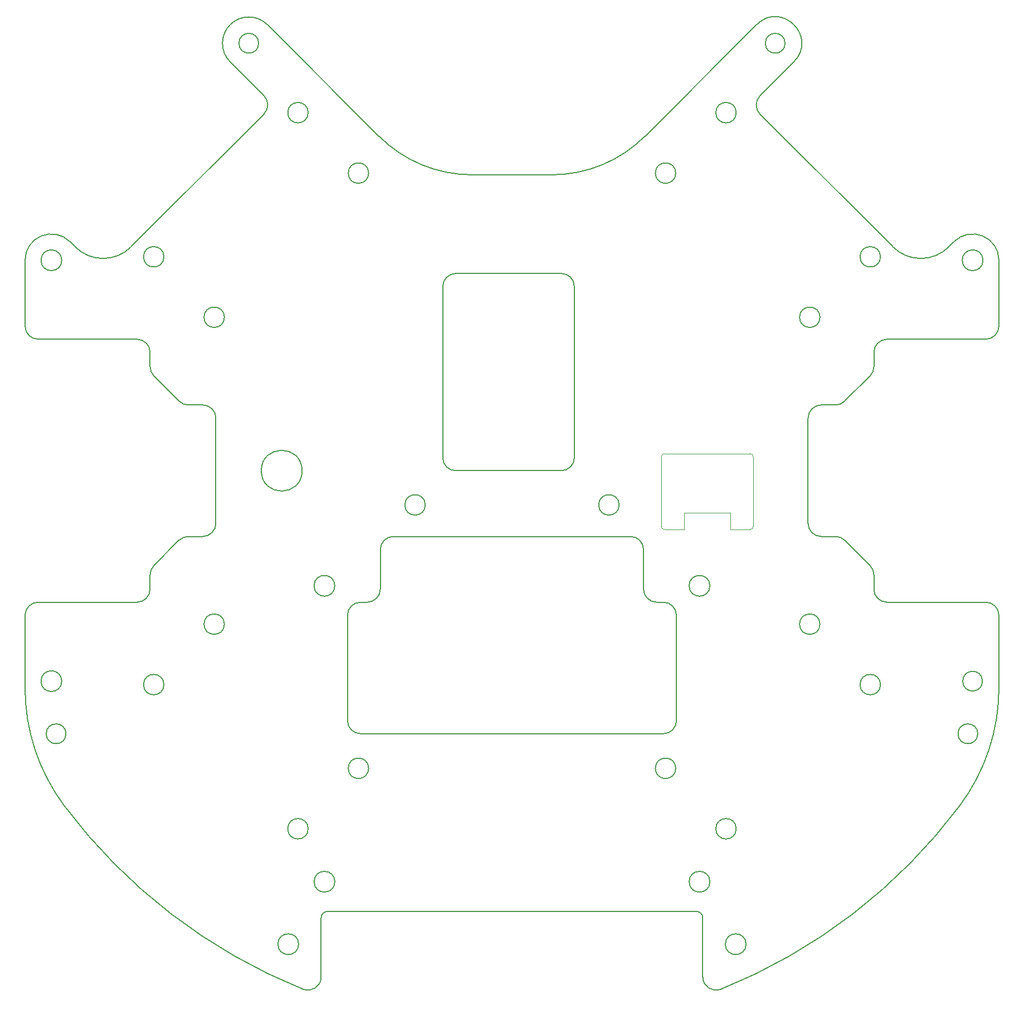
<source format=gm1>
%TF.GenerationSoftware,KiCad,Pcbnew,7.0.10*%
%TF.CreationDate,2024-01-30T15:13:43+08:00*%
%TF.ProjectId,top-rounded,746f702d-726f-4756-9e64-65642e6b6963,rev?*%
%TF.SameCoordinates,Original*%
%TF.FileFunction,Profile,NP*%
%FSLAX46Y46*%
G04 Gerber Fmt 4.6, Leading zero omitted, Abs format (unit mm)*
G04 Created by KiCad (PCBNEW 7.0.10) date 2024-01-30 15:13:43*
%MOMM*%
%LPD*%
G01*
G04 APERTURE LIST*
%TA.AperFunction,Profile*%
%ADD10C,0.200000*%
%TD*%
%TA.AperFunction,Profile*%
%ADD11C,0.100000*%
%TD*%
G04 APERTURE END LIST*
D10*
X155000000Y-118000000D02*
X155000000Y-115828427D01*
X45000000Y-115828427D02*
X45000000Y-118000000D01*
X45000000Y-82000000D02*
G75*
G03*
X43000000Y-80000000I-2000000J0D01*
G01*
X68253014Y-178848766D02*
G75*
G03*
X71000000Y-176993506I746986J1855266D01*
G01*
X130075000Y-162500000D02*
G75*
G03*
X126925000Y-162500000I-1575000J0D01*
G01*
X126925000Y-162500000D02*
G75*
G03*
X130075000Y-162500000I1575000J0D01*
G01*
X89477965Y-98000000D02*
X89477965Y-72000000D01*
X129000000Y-168000000D02*
G75*
G03*
X128000000Y-167000000I-1000000J0D01*
G01*
X120000000Y-112000000D02*
G75*
G03*
X118000000Y-110000000I-2000000J0D01*
G01*
X167171573Y-65171573D02*
X166376154Y-65966991D01*
X28000000Y-80000000D02*
X43000000Y-80000000D01*
X107477965Y-100000000D02*
X91477965Y-100000000D01*
X69023088Y-154447222D02*
G75*
G03*
X65923088Y-154447222I-1550000J0D01*
G01*
X65923088Y-154447222D02*
G75*
G03*
X69023088Y-154447222I1550000J0D01*
G01*
X75000000Y-138000000D02*
G75*
G03*
X77000000Y-140000000I2000000J0D01*
G01*
X80000000Y-118000000D02*
X80000000Y-112000000D01*
X107477965Y-100000065D02*
G75*
G03*
X109477965Y-98000000I-65J2000065D01*
G01*
X26000000Y-133000000D02*
G75*
G03*
X32000000Y-151000000I30000000J0D01*
G01*
X47102778Y-132526912D02*
G75*
G03*
X44002778Y-132526912I-1550000J0D01*
G01*
X44002778Y-132526912D02*
G75*
G03*
X47102778Y-132526912I1550000J0D01*
G01*
X106058875Y-55000023D02*
G75*
G03*
X120201010Y-49142136I-75J20000123D01*
G01*
X170782032Y-140000000D02*
G75*
G03*
X167782032Y-140000000I-1500000J0D01*
G01*
X167782032Y-140000000D02*
G75*
G03*
X170782032Y-140000000I1500000J0D01*
G01*
X116280000Y-105200000D02*
G75*
G03*
X113180000Y-105200000I-1550000J0D01*
G01*
X113180000Y-105200000D02*
G75*
G03*
X116280000Y-105200000I1550000J0D01*
G01*
X155997222Y-132526912D02*
G75*
G03*
X152897222Y-132526912I-1550000J0D01*
G01*
X152897222Y-132526912D02*
G75*
G03*
X155997222Y-132526912I1550000J0D01*
G01*
X135575000Y-172000000D02*
G75*
G03*
X132425000Y-172000000I-1575000J0D01*
G01*
X132425000Y-172000000D02*
G75*
G03*
X135575000Y-172000000I1575000J0D01*
G01*
X33623847Y-65966990D02*
G75*
G03*
X42109127Y-65966991I4242640J4242637D01*
G01*
X137704581Y-42952273D02*
X142828427Y-37828427D01*
X75000000Y-138000000D02*
X75000000Y-122000000D01*
X78215476Y-145254834D02*
G75*
G03*
X75115476Y-145254834I-1550000J0D01*
G01*
X75115476Y-145254834D02*
G75*
G03*
X78215476Y-145254834I1550000J0D01*
G01*
X124884524Y-54745166D02*
G75*
G03*
X121784524Y-54745166I-1550000J0D01*
G01*
X121784524Y-54745166D02*
G75*
G03*
X124884524Y-54745166I1550000J0D01*
G01*
X49414221Y-89414207D02*
G75*
G03*
X50828427Y-90000000I1414179J1414107D01*
G01*
X142828426Y-37828426D02*
G75*
G03*
X137171574Y-32171574I-2828426J2828426D01*
G01*
X147000000Y-90000000D02*
X149171573Y-90000000D01*
X32828427Y-65171573D02*
G75*
G03*
X26000000Y-68000000I-2828427J-2828427D01*
G01*
X67575000Y-172000000D02*
G75*
G03*
X64425000Y-172000000I-1575000J0D01*
G01*
X64425000Y-172000000D02*
G75*
G03*
X67575000Y-172000000I1575000J0D01*
G01*
X129000000Y-168000000D02*
X129000000Y-176993506D01*
X32217968Y-140000000D02*
G75*
G03*
X29217968Y-140000000I-1500000J0D01*
G01*
X29217968Y-140000000D02*
G75*
G03*
X32217968Y-140000000I1500000J0D01*
G01*
X137704595Y-42952287D02*
G75*
G03*
X137704581Y-45780700I1414205J-1414213D01*
G01*
X120000000Y-112000000D02*
X120000000Y-118000000D01*
X125000000Y-122000000D02*
G75*
G03*
X123000000Y-120000000I-2000000J0D01*
G01*
X69023088Y-45552778D02*
G75*
G03*
X65923088Y-45552778I-1550000J0D01*
G01*
X65923088Y-45552778D02*
G75*
G03*
X69023088Y-45552778I1550000J0D01*
G01*
X154414214Y-114414214D02*
X150585786Y-110585786D01*
X50828427Y-109999978D02*
G75*
G03*
X49414214Y-110585786I73J-2000122D01*
G01*
X125000000Y-122000000D02*
X125000000Y-138000000D01*
X71000000Y-176993506D02*
X71000000Y-168000000D01*
X157890874Y-65966990D02*
G75*
G03*
X166376154Y-65966991I4242640J4242637D01*
G01*
X157000000Y-80000000D02*
X172000000Y-80000000D01*
X130075000Y-117500000D02*
G75*
G03*
X126925000Y-117500000I-1575000J0D01*
G01*
X126925000Y-117500000D02*
G75*
G03*
X130075000Y-117500000I1575000J0D01*
G01*
X77000000Y-120000000D02*
G75*
G03*
X75000000Y-122000000I0J-2000000D01*
G01*
X91477965Y-70000000D02*
X107477965Y-70000000D01*
X28000000Y-120000000D02*
G75*
G03*
X26000000Y-122000000I0J-2000000D01*
G01*
X72000000Y-167000000D02*
G75*
G03*
X71000000Y-168000000I0J-1000000D01*
G01*
X122000000Y-120000000D02*
X123000000Y-120000000D01*
X26000000Y-122000000D02*
X26000000Y-133000000D01*
X53000000Y-110000000D02*
X50828427Y-110000000D01*
X168000000Y-151000000D02*
G75*
G03*
X174000000Y-133000000I-24000000J18000000D01*
G01*
X128999995Y-176993506D02*
G75*
G03*
X131746988Y-178848771I2000005J6D01*
G01*
X137171573Y-32171573D02*
X120201010Y-49142136D01*
X174000000Y-122000000D02*
G75*
G03*
X172000000Y-120000000I-2000000J0D01*
G01*
X146804834Y-123334524D02*
G75*
G03*
X143704834Y-123334524I-1550000J0D01*
G01*
X143704834Y-123334524D02*
G75*
G03*
X146804834Y-123334524I1550000J0D01*
G01*
X32000001Y-150999999D02*
G75*
G03*
X68253012Y-178848770I67999999J50999999D01*
G01*
X134076912Y-45552778D02*
G75*
G03*
X130976912Y-45552778I-1550000J0D01*
G01*
X130976912Y-45552778D02*
G75*
G03*
X134076912Y-45552778I1550000J0D01*
G01*
X43000000Y-120000000D02*
X28000000Y-120000000D01*
X53000000Y-110000000D02*
G75*
G03*
X55000000Y-108000000I0J2000000D01*
G01*
X149171573Y-90000022D02*
G75*
G03*
X150585786Y-89414214I-73J2000122D01*
G01*
X78000000Y-120000000D02*
G75*
G03*
X80000000Y-118000000I0J2000000D01*
G01*
X157000000Y-80000000D02*
G75*
G03*
X155000000Y-82000000I0J-2000000D01*
G01*
X55000000Y-92000000D02*
X55000000Y-108000000D01*
X172000000Y-120000000D02*
X157000000Y-120000000D01*
X131746988Y-178848771D02*
G75*
G03*
X168000000Y-151000000I-31746988J78848771D01*
G01*
X31575000Y-68000000D02*
G75*
G03*
X28425000Y-68000000I-1575000J0D01*
G01*
X28425000Y-68000000D02*
G75*
G03*
X31575000Y-68000000I1575000J0D01*
G01*
X154414207Y-85585779D02*
G75*
G03*
X155000000Y-84171573I-1414107J1414179D01*
G01*
X31575000Y-132000000D02*
G75*
G03*
X28425000Y-132000000I-1575000J0D01*
G01*
X28425000Y-132000000D02*
G75*
G03*
X31575000Y-132000000I1575000J0D01*
G01*
X73075000Y-117500000D02*
G75*
G03*
X69925000Y-117500000I-1575000J0D01*
G01*
X69925000Y-117500000D02*
G75*
G03*
X73075000Y-117500000I1575000J0D01*
G01*
X155000022Y-115828427D02*
G75*
G03*
X154414214Y-114414214I-2000122J-73D01*
G01*
X73075000Y-162500000D02*
G75*
G03*
X69925000Y-162500000I-1575000J0D01*
G01*
X69925000Y-162500000D02*
G75*
G03*
X73075000Y-162500000I1575000J0D01*
G01*
X43000000Y-120000000D02*
G75*
G03*
X45000000Y-118000000I0J2000000D01*
G01*
X141500000Y-35000000D02*
G75*
G03*
X138500000Y-35000000I-1500000J0D01*
G01*
X138500000Y-35000000D02*
G75*
G03*
X141500000Y-35000000I1500000J0D01*
G01*
X124884524Y-145254834D02*
G75*
G03*
X121784524Y-145254834I-1550000J0D01*
G01*
X121784524Y-145254834D02*
G75*
G03*
X124884524Y-145254834I1550000J0D01*
G01*
X147000000Y-90000000D02*
G75*
G03*
X145000000Y-92000000I0J-2000000D01*
G01*
X146804834Y-76665476D02*
G75*
G03*
X143704834Y-76665476I-1550000J0D01*
G01*
X143704834Y-76665476D02*
G75*
G03*
X146804834Y-76665476I1550000J0D01*
G01*
X149171573Y-110000000D02*
X147000000Y-110000000D01*
X155000000Y-84171573D02*
X155000000Y-82000000D01*
X26000000Y-68000000D02*
X26000000Y-78000000D01*
X145000000Y-108000000D02*
G75*
G03*
X147000000Y-110000000I2000000J0D01*
G01*
X49414214Y-110585786D02*
X45585786Y-114414214D01*
X123000000Y-140000000D02*
X77000000Y-140000000D01*
X82000000Y-110000000D02*
G75*
G03*
X80000000Y-112000000I0J-2000000D01*
G01*
X79798990Y-49142136D02*
X62828427Y-32171573D01*
X171575000Y-68000000D02*
G75*
G03*
X168425000Y-68000000I-1575000J0D01*
G01*
X168425000Y-68000000D02*
G75*
G03*
X171575000Y-68000000I1575000J0D01*
G01*
X72000000Y-167000000D02*
X128000000Y-167000000D01*
X86820000Y-105200000D02*
G75*
G03*
X83720000Y-105200000I-1550000J0D01*
G01*
X83720000Y-105200000D02*
G75*
G03*
X86820000Y-105200000I1550000J0D01*
G01*
X57171573Y-37828427D02*
X62295419Y-42952273D01*
X150585779Y-110585793D02*
G75*
G03*
X149171573Y-110000000I-1414179J-1414107D01*
G01*
X45585786Y-85585786D02*
X49414214Y-89414214D01*
X50828427Y-90000000D02*
X53000000Y-90000000D01*
X172000000Y-80000000D02*
G75*
G03*
X174000000Y-78000000I0J2000000D01*
G01*
X150585786Y-89414214D02*
X154414214Y-85585786D01*
X109477900Y-72000000D02*
G75*
G03*
X107477965Y-70000000I-1999900J100D01*
G01*
X62828426Y-32171574D02*
G75*
G03*
X57171574Y-37828426I-2828426J-2828426D01*
G01*
X174000000Y-78000000D02*
X174000000Y-68000000D01*
X77000000Y-120000000D02*
X78000000Y-120000000D01*
X45000000Y-82000000D02*
X45000000Y-84171573D01*
X157890873Y-65966991D02*
X137704581Y-45780700D01*
X45585793Y-114414221D02*
G75*
G03*
X45000000Y-115828427I1414107J-1414179D01*
G01*
X61500000Y-35000000D02*
G75*
G03*
X58500000Y-35000000I-1500000J0D01*
G01*
X58500000Y-35000000D02*
G75*
G03*
X61500000Y-35000000I1500000J0D01*
G01*
X155000000Y-118000000D02*
G75*
G03*
X157000000Y-120000000I2000000J0D01*
G01*
X120000000Y-118000000D02*
G75*
G03*
X122000000Y-120000000I2000000J0D01*
G01*
X123000000Y-140000000D02*
G75*
G03*
X125000000Y-138000000I0J2000000D01*
G01*
X56295166Y-123334524D02*
G75*
G03*
X53195166Y-123334524I-1550000J0D01*
G01*
X53195166Y-123334524D02*
G75*
G03*
X56295166Y-123334524I1550000J0D01*
G01*
X68099999Y-100000000D02*
G75*
G03*
X61899999Y-100000000I-3100000J0D01*
G01*
X61899999Y-100000000D02*
G75*
G03*
X68099999Y-100000000I3100000J0D01*
G01*
X145000000Y-108000000D02*
X145000000Y-92000000D01*
X79798998Y-49142128D02*
G75*
G03*
X93941125Y-55000000I14142102J14142028D01*
G01*
X155997222Y-67473088D02*
G75*
G03*
X152897222Y-67473088I-1550000J0D01*
G01*
X152897222Y-67473088D02*
G75*
G03*
X155997222Y-67473088I1550000J0D01*
G01*
X55000000Y-92000000D02*
G75*
G03*
X53000000Y-90000000I-2000000J0D01*
G01*
X106058875Y-55000000D02*
X93941125Y-55000000D01*
X109477965Y-72000000D02*
X109477965Y-98000000D01*
X82000000Y-110000000D02*
X118000000Y-110000000D01*
X62295419Y-45780700D02*
X42109127Y-65966991D01*
X44999978Y-84171573D02*
G75*
G03*
X45585786Y-85585786I2000122J73D01*
G01*
X171500000Y-132000000D02*
G75*
G03*
X168500000Y-132000000I-1500000J0D01*
G01*
X168500000Y-132000000D02*
G75*
G03*
X171500000Y-132000000I1500000J0D01*
G01*
X33623846Y-65966991D02*
X32828427Y-65171573D01*
X26000000Y-78000000D02*
G75*
G03*
X28000000Y-80000000I2000000J0D01*
G01*
X62295432Y-45780713D02*
G75*
G03*
X62295419Y-42952273I-1414232J1414213D01*
G01*
X173999999Y-68000000D02*
G75*
G03*
X167171574Y-65171574I-3999999J0D01*
G01*
X47102778Y-67473088D02*
G75*
G03*
X44002778Y-67473088I-1550000J0D01*
G01*
X44002778Y-67473088D02*
G75*
G03*
X47102778Y-67473088I1550000J0D01*
G01*
X134076912Y-154447222D02*
G75*
G03*
X130976912Y-154447222I-1550000J0D01*
G01*
X130976912Y-154447222D02*
G75*
G03*
X134076912Y-154447222I1550000J0D01*
G01*
X56295166Y-76665476D02*
G75*
G03*
X53195166Y-76665476I-1550000J0D01*
G01*
X53195166Y-76665476D02*
G75*
G03*
X56295166Y-76665476I1550000J0D01*
G01*
X78215476Y-54745166D02*
G75*
G03*
X75115476Y-54745166I-1550000J0D01*
G01*
X75115476Y-54745166D02*
G75*
G03*
X78215476Y-54745166I1550000J0D01*
G01*
X89477900Y-98000000D02*
G75*
G03*
X91477965Y-100000000I2000100J100D01*
G01*
X91477965Y-70000065D02*
G75*
G03*
X89477965Y-72000000I-65J-1999935D01*
G01*
X174000000Y-133000000D02*
X174000000Y-122000000D01*
D11*
%TO.C,U1*%
X122667000Y-97909000D02*
X122667000Y-101039000D01*
X122667000Y-108439000D02*
X122667000Y-101039000D01*
X123167000Y-97409000D02*
X136167000Y-97409000D01*
X123167000Y-108939000D02*
X126167000Y-108939000D01*
X126167000Y-108939000D02*
X126167000Y-106399000D01*
X133167000Y-106399000D02*
X126167000Y-106399000D01*
X133167000Y-108939000D02*
X133167000Y-106399000D01*
X136167000Y-108939000D02*
X133167000Y-108939000D01*
X136667000Y-97909000D02*
X136667000Y-101039000D01*
X136667000Y-101039000D02*
X136667000Y-108439000D01*
X123167000Y-97409000D02*
G75*
G03*
X122667000Y-97909000I0J-500000D01*
G01*
X122667000Y-108439000D02*
G75*
G03*
X123167000Y-108939000I500000J0D01*
G01*
X136667000Y-97909000D02*
G75*
G03*
X136167000Y-97409000I-500000J0D01*
G01*
X136167000Y-108939000D02*
G75*
G03*
X136667000Y-108439000I0J500000D01*
G01*
%TD*%
M02*

</source>
